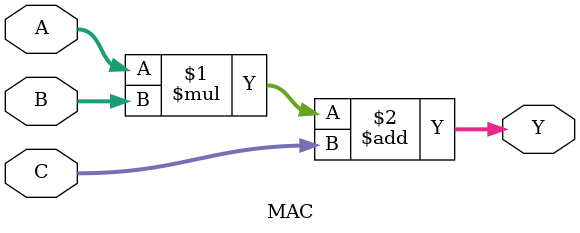
<source format=v>
module MAC #(
  parameter WIDTH=8
)(
  input [WIDTH-1:0] A,B,
  input [2*WIDTH-1:0] C,
  output [2*WIDTH-1:0] Y
);
  assign Y=(A*B)+C;
endmodule

</source>
